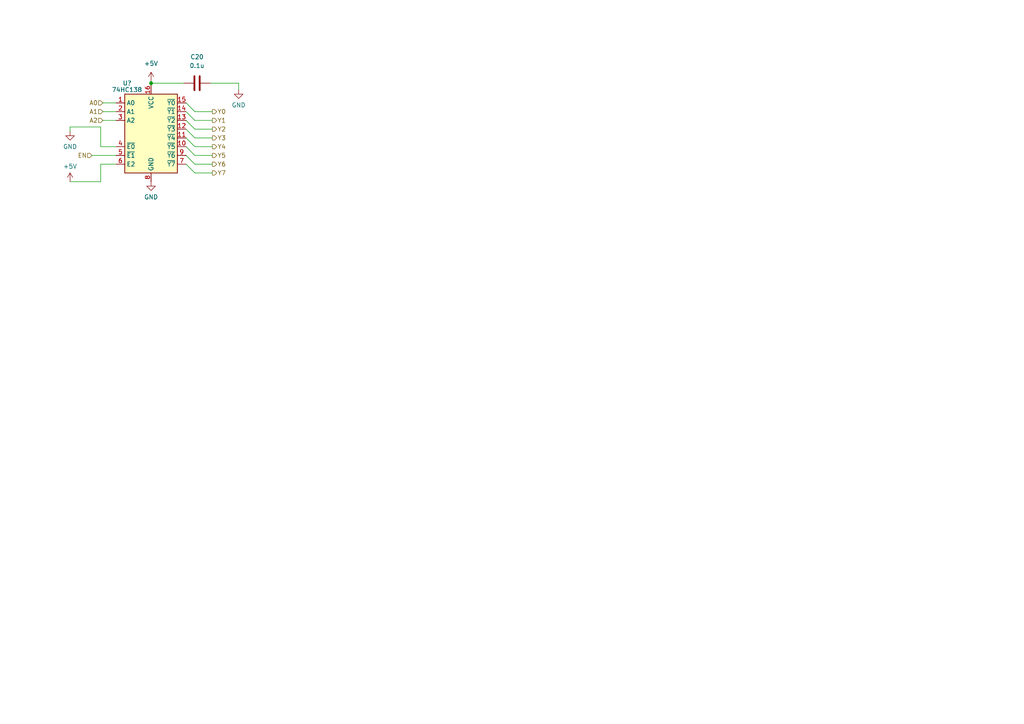
<source format=kicad_sch>
(kicad_sch (version 20230121) (generator eeschema)
  (paper "A4")
  (lib_symbols
    (symbol "74xx:74HC138"
      (property "Reference" "U" (at -7.62 13.97 0))
      (property "Value" "74HC138" (at 2.54 -11.43 0))
      (symbol "74HC138_0_1"
        (rectangle (start -7.62 12.7) (end 7.62 -10.16) (stroke (width 0.254)) (fill (type background)))
      )
      (symbol "74HC138_1_1"
        (pin input line (at -10.16 10.16 0) (length 2.54) (name "A0") (number "1"))
        (pin output line (at 10.16 -2.54 180) (length 2.54) (name "~{Y5}") (number "10"))
        (pin output line (at 10.16 0 180) (length 2.54) (name "~{Y4}") (number "11"))
        (pin output line (at 10.16 2.54 180) (length 2.54) (name "~{Y3}") (number "12"))
        (pin output line (at 10.16 5.08 180) (length 2.54) (name "~{Y2}") (number "13"))
        (pin output line (at 10.16 7.62 180) (length 2.54) (name "~{Y1}") (number "14"))
        (pin output line (at 10.16 10.16 180) (length 2.54) (name "~{Y0}") (number "15"))
        (pin power_in line (at 0 15.24 270) (length 2.54) (name "VCC") (number "16"))
        (pin input line (at -10.16 7.62 0) (length 2.54) (name "A1") (number "2"))
        (pin input line (at -10.16 5.08 0) (length 2.54) (name "A2") (number "3"))
        (pin input line (at -10.16 -2.54 0) (length 2.54) (name "~{E0}") (number "4"))
        (pin input line (at -10.16 -5.08 0) (length 2.54) (name "~{E1}") (number "5"))
        (pin input line (at -10.16 -7.62 0) (length 2.54) (name "E2") (number "6"))
        (pin output line (at 10.16 -7.62 180) (length 2.54) (name "~{Y7}") (number "7"))
        (pin power_in line (at 0 -12.7 90) (length 2.54) (name "GND") (number "8"))
        (pin output line (at 10.16 -5.08 180) (length 2.54) (name "~{Y6}") (number "9"))
      )
    )
    (symbol "Device:C" (pin_numbers hide) (pin_names (offset 0.254))
      (property "Reference" "C" (at 0.635 2.54 0))
      (property "Value" "C" (at 0.635 -2.54 0))
      (symbol "C_0_1"
        (polyline (pts (xy -2.032 -0.762) (xy 2.032 -0.762)) (stroke (width 0.508)))
        (polyline (pts (xy -2.032 0.762) (xy 2.032 0.762)) (stroke (width 0.508)))
      )
      (symbol "C_1_1"
        (pin passive line (at 0 3.81 270) (length 2.794) (name "~") (number "1"))
        (pin passive line (at 0 -3.81 90) (length 2.794) (name "~") (number "2"))
      )
    )
    (symbol "power:+5V" (power) (pin_names (offset 0))
      (property "Value" "+5V" (at 0 3.556 0))
      (symbol "+5V_0_1"
        (polyline (pts (xy -0.762 1.27) (xy 0 2.54)))
        (polyline (pts (xy 0 0) (xy 0 2.54)))
        (polyline (pts (xy 0 2.54) (xy 0.762 1.27)))
      )
      (symbol "+5V_1_1"
        (pin power_in line (at 0 0 90) (length 0) hide (name "+5V") (number "1"))
      )
    )
    (symbol "power:GND" (power) (pin_names (offset 0))
      (property "Value" "GND" (at 0 -3.81 0))
      (symbol "GND_0_1"
        (polyline (pts (xy 0 0) (xy 0 -1.27) (xy 1.27 -1.27) (xy 0 -2.54) (xy -1.27 -1.27) (xy 0 -1.27)))
      )
      (symbol "GND_1_1"
        (pin power_in line (at 0 0 270) (length 0) hide (name "GND") (number "1"))
      )
    )
  )
  (junction (at 43.815 24.13))
  (bus_entry (at 53.975 42.545) (size 2.54 2.54))
  (bus_entry (at 53.975 32.385) (size 2.54 2.54))
  (bus_entry (at 53.975 47.625) (size 2.54 2.54))
  (bus_entry (at 53.975 34.925) (size 2.54 2.54))
  (bus_entry (at 53.975 40.005) (size 2.54 2.54))
  (bus_entry (at 53.975 45.085) (size 2.54 2.54))
  (bus_entry (at 53.975 37.465) (size 2.54 2.54))
  (bus_entry (at 53.975 29.845) (size 2.54 2.54))
  (wire (pts (xy 56.515 37.465) (xy 61.595 37.465)))
  (wire (pts (xy 26.67 45.085) (xy 33.655 45.085)))
  (wire (pts (xy 60.96 24.13) (xy 69.215 24.13)))
  (wire (pts (xy 29.845 34.925) (xy 33.655 34.925)))
  (wire (pts (xy 29.21 42.545) (xy 29.21 36.83)))
  (wire (pts (xy 56.515 32.385) (xy 61.595 32.385)))
  (wire (pts (xy 29.21 36.83) (xy 20.32 36.83)))
  (wire (pts (xy 43.815 23.495) (xy 43.815 24.13)))
  (wire (pts (xy 56.515 50.165) (xy 61.595 50.165)))
  (wire (pts (xy 33.655 42.545) (xy 29.21 42.545)))
  (wire (pts (xy 43.815 24.13) (xy 43.815 24.765)))
  (wire (pts (xy 29.845 32.385) (xy 33.655 32.385)))
  (wire (pts (xy 56.515 34.925) (xy 61.595 34.925)))
  (wire (pts (xy 29.21 52.705) (xy 29.21 47.625)))
  (wire (pts (xy 43.815 24.13) (xy 53.34 24.13)))
  (wire (pts (xy 20.32 52.705) (xy 29.21 52.705)))
  (wire (pts (xy 20.32 36.83) (xy 20.32 38.1)))
  (wire (pts (xy 56.515 45.085) (xy 61.595 45.085)))
  (wire (pts (xy 56.515 42.545) (xy 61.595 42.545)))
  (wire (pts (xy 29.845 29.845) (xy 33.655 29.845)))
  (wire (pts (xy 56.515 47.625) (xy 61.595 47.625)))
  (wire (pts (xy 56.515 40.005) (xy 61.595 40.005)))
  (wire (pts (xy 69.215 24.13) (xy 69.215 26.035)))
  (wire (pts (xy 29.21 47.625) (xy 33.655 47.625)))
  (hierarchical_label "EN" (shape input) (at 26.67 45.085 180))
  (hierarchical_label "Y5" (shape output) (at 61.595 45.085 0))
  (hierarchical_label "A1" (shape input) (at 29.845 32.385 180))
  (hierarchical_label "Y4" (shape output) (at 61.595 42.545 0))
  (hierarchical_label "Y0" (shape output) (at 61.595 32.385 0))
  (hierarchical_label "Y1" (shape output) (at 61.595 34.925 0))
  (hierarchical_label "Y3" (shape output) (at 61.595 40.005 0))
  (hierarchical_label "Y6" (shape output) (at 61.595 47.625 0))
  (hierarchical_label "A2" (shape input) (at 29.845 34.925 180))
  (hierarchical_label "Y2" (shape output) (at 61.595 37.465 0))
  (hierarchical_label "Y7" (shape output) (at 61.595 50.165 0))
  (hierarchical_label "A0" (shape input) (at 29.845 29.845 180))
  (symbol (lib_id "74xx:74HC138") (at 43.815 40.005 0) (unit 1)
    (property "Reference" "U?" (at 35.56 24.13 0) (effects (justify left)))
    (property "Value" "74HC138" (at 32.385 26.035 0) (effects (justify left)))
    (property "Footprint" "Package_SO:SOIC-16_3.9x9.9mm_P1.27mm" (effects hide))
    (property "Datasheet" "http://www.ti.com/lit/ds/symlink/cd74hc238.pdf" (effects hide))
    (instances (project "Rover Voltage Sense" (path "" (reference "U?") (unit 1)) (path "" (reference "U17") (unit 1))))
  )
  (symbol (lib_id "power:+5V") (at 43.815 23.495 0) (unit 1)
    (property "Reference" "#PWR051" (effects hide))
    (property "Value" "+5V" (at 43.815 18.415 0))
  )
  (symbol (lib_id "Device:C") (at 57.15 24.13 90) (unit 1)
    (property "Reference" "C20" (at 57.15 16.51 90))
    (property "Value" "0.1u" (at 57.15 19.05 90))
    (property "Footprint" "Capacitor_SMD:C_0201_0603Metric_Pad0.64x0.40mm_HandSolder" (effects hide))
  )
  (symbol (lib_id "power:GND") (at 69.215 26.035 0) (unit 1)
    (property "Reference" "#PWR053" (effects hide))
    (property "Value" "GND" (at 69.215 30.48 0))
  )
  (symbol (lib_id "power:GND") (at 20.32 38.1 0) (unit 1)
    (property "Reference" "#PWR055" (effects hide))
    (property "Value" "GND" (at 20.32 42.545 0))
  )
  (symbol (lib_id "power:GND") (at 43.815 52.705 0) (unit 1)
    (property "Reference" "#PWR?" (effects hide))
    (property "Value" "GND" (at 43.815 57.15 0))
    (instances (project "Rover Voltage Sense" (path "" (reference "#PWR?") (unit 1)) (path "" (reference "#PWR052") (unit 1))))
  )
  (symbol (lib_id "power:+5V") (at 20.32 52.705 0) (unit 1)
    (property "Reference" "#PWR054" (effects hide))
    (property "Value" "+5V" (at 20.32 48.26 0))
  )
)
</source>
